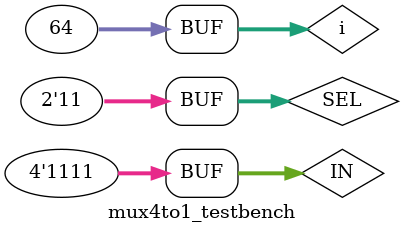
<source format=sv>
/* NAME					|	mux4to1.sv
	-------------------------------------------------------------------------------------------------
	DESCRIPTION       |  Selects a bit of data from a 4 bit input
 ---------------------------------------------------------------------------------------------------
	PARAMETERS			|	TYPE					|	DESCRIPTION					
 ---------------------------------------------------------------------------------------------------
	OUT		         |	OUTPUT 				|	1 bit of data from selected 4 bit input
	IN						|	INPUT	 [3:0]		|	Data to be muxed
	SEL					|	INPUT  [1:0]		| 	The selected bit location from the 4 bit input
	#################################################################################################
	AUTHOR            | Minhhue H Khuu
	ASSIGNMENT			| Lab 1: Register File
	CLASS					| EE 471
	DATE					| 01/16/2015
	#################################################################################################
*/ 
module mux4to1(IN, OUT, SEL);  
	input [3:0] IN;
	input [1:0] SEL;
	output OUT;
	
	wire [1:0] muxOut;
	
	mux2to1 mux21_0 (.IN(IN[1:0]), .OUT(muxOut[0]), .SEL(SEL[0]));
	mux2to1 mux21_1 (.IN(IN[3:2]), .OUT(muxOut[1]), .SEL(SEL[0]));
	
	mux2to1 mux21_2 (.IN(muxOut), .OUT(OUT), .SEL(SEL[1]));

	

	
endmodule  
  
module mux4to1_testbench();  
	reg [3:0] IN;
	reg [1:0] SEL;
	wire OUT;   
   
	mux4to1 dut (.IN, .OUT, .SEL);   
	integer i;
	initial begin
		for(i=0; i<64; i++) begin
			{IN, SEL} = i; #10;
		end
	end
  

endmodule 
</source>
